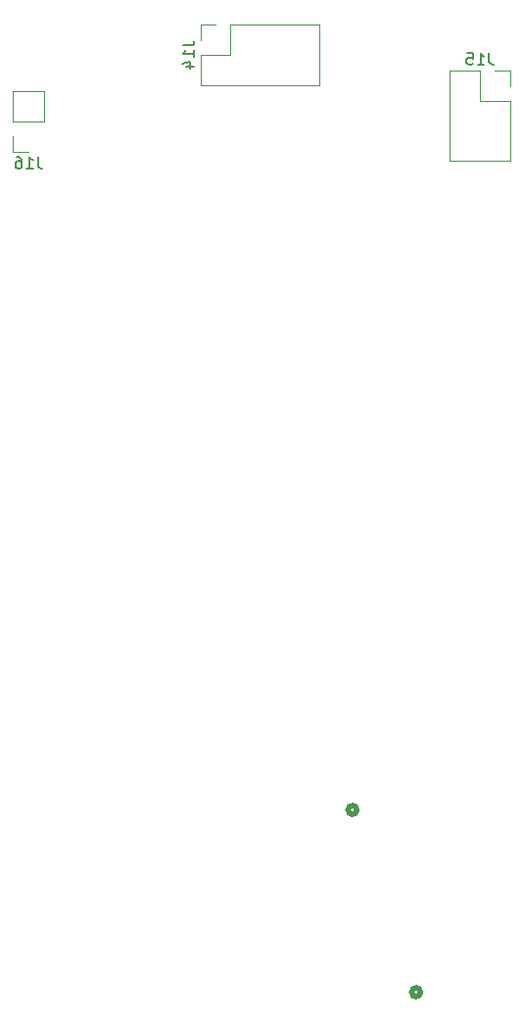
<source format=gbr>
%TF.GenerationSoftware,KiCad,Pcbnew,7.0.9*%
%TF.CreationDate,2024-01-17T13:02:15-08:00*%
%TF.ProjectId,micromouse,6d696372-6f6d-46f7-9573-652e6b696361,rev?*%
%TF.SameCoordinates,Original*%
%TF.FileFunction,Legend,Bot*%
%TF.FilePolarity,Positive*%
%FSLAX46Y46*%
G04 Gerber Fmt 4.6, Leading zero omitted, Abs format (unit mm)*
G04 Created by KiCad (PCBNEW 7.0.9) date 2024-01-17 13:02:15*
%MOMM*%
%LPD*%
G01*
G04 APERTURE LIST*
%ADD10C,0.150000*%
%ADD11C,0.508000*%
%ADD12C,0.120000*%
G04 APERTURE END LIST*
D10*
X166814523Y-60099820D02*
X166814523Y-60814105D01*
X166814523Y-60814105D02*
X166862142Y-60956962D01*
X166862142Y-60956962D02*
X166957380Y-61052201D01*
X166957380Y-61052201D02*
X167100237Y-61099820D01*
X167100237Y-61099820D02*
X167195475Y-61099820D01*
X165814523Y-61099820D02*
X166385951Y-61099820D01*
X166100237Y-61099820D02*
X166100237Y-60099820D01*
X166100237Y-60099820D02*
X166195475Y-60242677D01*
X166195475Y-60242677D02*
X166290713Y-60337915D01*
X166290713Y-60337915D02*
X166385951Y-60385534D01*
X164909761Y-60099820D02*
X165385951Y-60099820D01*
X165385951Y-60099820D02*
X165433570Y-60576010D01*
X165433570Y-60576010D02*
X165385951Y-60528391D01*
X165385951Y-60528391D02*
X165290713Y-60480772D01*
X165290713Y-60480772D02*
X165052618Y-60480772D01*
X165052618Y-60480772D02*
X164957380Y-60528391D01*
X164957380Y-60528391D02*
X164909761Y-60576010D01*
X164909761Y-60576010D02*
X164862142Y-60671248D01*
X164862142Y-60671248D02*
X164862142Y-60909343D01*
X164862142Y-60909343D02*
X164909761Y-61004581D01*
X164909761Y-61004581D02*
X164957380Y-61052201D01*
X164957380Y-61052201D02*
X165052618Y-61099820D01*
X165052618Y-61099820D02*
X165290713Y-61099820D01*
X165290713Y-61099820D02*
X165385951Y-61052201D01*
X165385951Y-61052201D02*
X165433570Y-61004581D01*
X140324819Y-59435477D02*
X141039104Y-59435477D01*
X141039104Y-59435477D02*
X141181961Y-59387858D01*
X141181961Y-59387858D02*
X141277200Y-59292620D01*
X141277200Y-59292620D02*
X141324819Y-59149763D01*
X141324819Y-59149763D02*
X141324819Y-59054525D01*
X141324819Y-60435477D02*
X141324819Y-59864049D01*
X141324819Y-60149763D02*
X140324819Y-60149763D01*
X140324819Y-60149763D02*
X140467676Y-60054525D01*
X140467676Y-60054525D02*
X140562914Y-59959287D01*
X140562914Y-59959287D02*
X140610533Y-59864049D01*
X140658152Y-61292620D02*
X141324819Y-61292620D01*
X140277200Y-61054525D02*
X140991485Y-60816430D01*
X140991485Y-60816430D02*
X140991485Y-61435477D01*
X127809523Y-69059820D02*
X127809523Y-69774105D01*
X127809523Y-69774105D02*
X127857142Y-69916962D01*
X127857142Y-69916962D02*
X127952380Y-70012201D01*
X127952380Y-70012201D02*
X128095237Y-70059820D01*
X128095237Y-70059820D02*
X128190475Y-70059820D01*
X126809523Y-70059820D02*
X127380951Y-70059820D01*
X127095237Y-70059820D02*
X127095237Y-69059820D01*
X127095237Y-69059820D02*
X127190475Y-69202677D01*
X127190475Y-69202677D02*
X127285713Y-69297915D01*
X127285713Y-69297915D02*
X127380951Y-69345534D01*
X125952380Y-69059820D02*
X126142856Y-69059820D01*
X126142856Y-69059820D02*
X126238094Y-69107439D01*
X126238094Y-69107439D02*
X126285713Y-69155058D01*
X126285713Y-69155058D02*
X126380951Y-69297915D01*
X126380951Y-69297915D02*
X126428570Y-69488391D01*
X126428570Y-69488391D02*
X126428570Y-69869343D01*
X126428570Y-69869343D02*
X126380951Y-69964581D01*
X126380951Y-69964581D02*
X126333332Y-70012201D01*
X126333332Y-70012201D02*
X126238094Y-70059820D01*
X126238094Y-70059820D02*
X126047618Y-70059820D01*
X126047618Y-70059820D02*
X125952380Y-70012201D01*
X125952380Y-70012201D02*
X125904761Y-69964581D01*
X125904761Y-69964581D02*
X125857142Y-69869343D01*
X125857142Y-69869343D02*
X125857142Y-69631248D01*
X125857142Y-69631248D02*
X125904761Y-69536010D01*
X125904761Y-69536010D02*
X125952380Y-69488391D01*
X125952380Y-69488391D02*
X126047618Y-69440772D01*
X126047618Y-69440772D02*
X126238094Y-69440772D01*
X126238094Y-69440772D02*
X126333332Y-69488391D01*
X126333332Y-69488391D02*
X126380951Y-69536010D01*
X126380951Y-69536010D02*
X126428570Y-69631248D01*
D11*
%TO.C,J13*%
X160881000Y-141250000D02*
G75*
G03*
X160881000Y-141250000I-381000J0D01*
G01*
%TO.C,J9*%
X155381000Y-125500000D02*
G75*
G03*
X155381000Y-125500000I-381000J0D01*
G01*
D12*
%TO.C,J15*%
X168605000Y-69385001D02*
X163405000Y-69385001D01*
X168605000Y-64245001D02*
X168605000Y-69385001D01*
X168605000Y-64245001D02*
X166005000Y-64245001D01*
X168605000Y-62975001D02*
X168605000Y-61645001D01*
X168605000Y-61645001D02*
X167275000Y-61645001D01*
X166005000Y-64245001D02*
X166005000Y-61645001D01*
X166005000Y-61645001D02*
X163405000Y-61645001D01*
X163405000Y-61645001D02*
X163405000Y-69385001D01*
%TO.C,J14*%
X152150000Y-57645001D02*
X152150000Y-62845001D01*
X144470000Y-57645001D02*
X152150000Y-57645001D01*
X144470000Y-57645001D02*
X144470000Y-60245001D01*
X143200000Y-57645001D02*
X141870000Y-57645001D01*
X141870000Y-57645001D02*
X141870000Y-58975001D01*
X144470000Y-60245001D02*
X141870000Y-60245001D01*
X141870000Y-60245001D02*
X141870000Y-62845001D01*
X141870000Y-62845001D02*
X152150000Y-62845001D01*
%TO.C,J16*%
X125670000Y-63405001D02*
X128330000Y-63405001D01*
X125670000Y-66005001D02*
X125670000Y-63405001D01*
X125670000Y-66005001D02*
X128330000Y-66005001D01*
X125670000Y-67275001D02*
X125670000Y-68605001D01*
X125670000Y-68605001D02*
X127000000Y-68605001D01*
X128330000Y-66005001D02*
X128330000Y-63405001D01*
%TD*%
M02*

</source>
